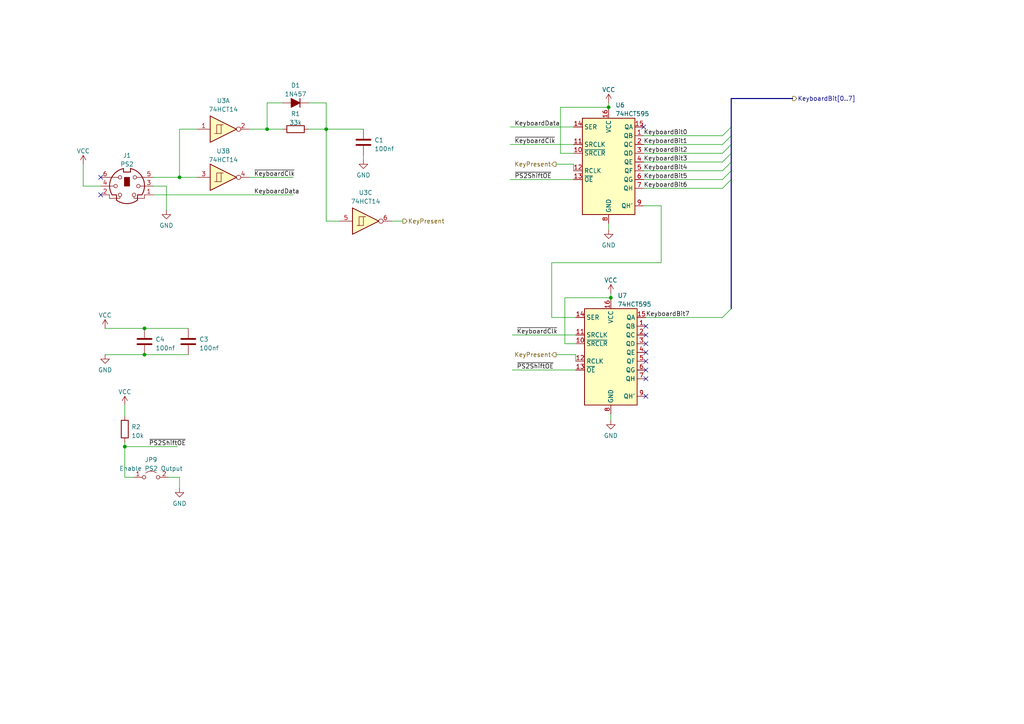
<source format=kicad_sch>
(kicad_sch (version 20230121) (generator eeschema)
  (paper "A4")
  (lib_symbols
    (symbol "74xx:74HCT595"
      (property "Reference" "U" (at -7.62 13.97 0))
      (property "Value" "74HCT595" (at -7.62 -16.51 0))
      (symbol "74HCT595_1_0"
        (pin tri_state line (at 10.16 7.62 180) (length 2.54) (name "QB") (number "1"))
        (pin input line (at -10.16 2.54 0) (length 2.54) (name "~{SRCLR}") (number "10"))
        (pin input line (at -10.16 5.08 0) (length 2.54) (name "SRCLK") (number "11"))
        (pin input line (at -10.16 -2.54 0) (length 2.54) (name "RCLK") (number "12"))
        (pin input line (at -10.16 -5.08 0) (length 2.54) (name "~{OE}") (number "13"))
        (pin input line (at -10.16 10.16 0) (length 2.54) (name "SER") (number "14"))
        (pin tri_state line (at 10.16 10.16 180) (length 2.54) (name "QA") (number "15"))
        (pin power_in line (at 0 15.24 270) (length 2.54) (name "VCC") (number "16"))
        (pin tri_state line (at 10.16 5.08 180) (length 2.54) (name "QC") (number "2"))
        (pin tri_state line (at 10.16 2.54 180) (length 2.54) (name "QD") (number "3"))
        (pin tri_state line (at 10.16 0 180) (length 2.54) (name "QE") (number "4"))
        (pin tri_state line (at 10.16 -2.54 180) (length 2.54) (name "QF") (number "5"))
        (pin tri_state line (at 10.16 -5.08 180) (length 2.54) (name "QG") (number "6"))
        (pin tri_state line (at 10.16 -7.62 180) (length 2.54) (name "QH") (number "7"))
        (pin power_in line (at 0 -17.78 90) (length 2.54) (name "GND") (number "8"))
        (pin output line (at 10.16 -12.7 180) (length 2.54) (name "QH'") (number "9"))
      )
      (symbol "74HCT595_1_1"
        (rectangle (start -7.62 12.7) (end 7.62 -15.24) (stroke (width 0.254)) (fill (type background)))
      )
    )
    (symbol "74xx:74LS14" (pin_names (offset 1.016))
      (property "Reference" "U" (at 0 1.27 0))
      (property "Value" "74LS14" (at 0 -1.27 0))
      (symbol "74LS14_1_0"
        (polyline (pts (xy -3.81 3.81) (xy -3.81 -3.81) (xy 3.81 0) (xy -3.81 3.81)) (stroke (width 0.254)) (fill (type background)))
        (pin input line (at -7.62 0 0) (length 3.81) (name "~") (number "1"))
        (pin output inverted (at 7.62 0 180) (length 3.81) (name "~") (number "2"))
      )
      (symbol "74LS14_1_1"
        (polyline (pts (xy -1.905 -1.27) (xy -1.905 1.27) (xy -0.635 1.27)))
        (polyline (pts (xy -2.54 -1.27) (xy -0.635 -1.27) (xy -0.635 1.27) (xy 0 1.27)))
      )
      (symbol "74LS14_2_0"
        (polyline (pts (xy -3.81 3.81) (xy -3.81 -3.81) (xy 3.81 0) (xy -3.81 3.81)) (stroke (width 0.254)) (fill (type background)))
        (pin input line (at -7.62 0 0) (length 3.81) (name "~") (number "3"))
        (pin output inverted (at 7.62 0 180) (length 3.81) (name "~") (number "4"))
      )
      (symbol "74LS14_2_1"
        (polyline (pts (xy -1.905 -1.27) (xy -1.905 1.27) (xy -0.635 1.27)))
        (polyline (pts (xy -2.54 -1.27) (xy -0.635 -1.27) (xy -0.635 1.27) (xy 0 1.27)))
      )
      (symbol "74LS14_3_0"
        (polyline (pts (xy -3.81 3.81) (xy -3.81 -3.81) (xy 3.81 0) (xy -3.81 3.81)) (stroke (width 0.254)) (fill (type background)))
        (pin input line (at -7.62 0 0) (length 3.81) (name "~") (number "5"))
        (pin output inverted (at 7.62 0 180) (length 3.81) (name "~") (number "6"))
      )
      (symbol "74LS14_3_1"
        (polyline (pts (xy -1.905 -1.27) (xy -1.905 1.27) (xy -0.635 1.27)))
        (polyline (pts (xy -2.54 -1.27) (xy -0.635 -1.27) (xy -0.635 1.27) (xy 0 1.27)))
      )
      (symbol "74LS14_4_0"
        (polyline (pts (xy -3.81 3.81) (xy -3.81 -3.81) (xy 3.81 0) (xy -3.81 3.81)) (stroke (width 0.254)) (fill (type background)))
        (pin output inverted (at 7.62 0 180) (length 3.81) (name "~") (number "8"))
        (pin input line (at -7.62 0 0) (length 3.81) (name "~") (number "9"))
      )
      (symbol "74LS14_4_1"
        (polyline (pts (xy -1.905 -1.27) (xy -1.905 1.27) (xy -0.635 1.27)))
        (polyline (pts (xy -2.54 -1.27) (xy -0.635 -1.27) (xy -0.635 1.27) (xy 0 1.27)))
      )
      (symbol "74LS14_5_0"
        (polyline (pts (xy -3.81 3.81) (xy -3.81 -3.81) (xy 3.81 0) (xy -3.81 3.81)) (stroke (width 0.254)) (fill (type background)))
        (pin output inverted (at 7.62 0 180) (length 3.81) (name "~") (number "10"))
        (pin input line (at -7.62 0 0) (length 3.81) (name "~") (number "11"))
      )
      (symbol "74LS14_5_1"
        (polyline (pts (xy -1.905 -1.27) (xy -1.905 1.27) (xy -0.635 1.27)))
        (polyline (pts (xy -2.54 -1.27) (xy -0.635 -1.27) (xy -0.635 1.27) (xy 0 1.27)))
      )
      (symbol "74LS14_6_0"
        (polyline (pts (xy -3.81 3.81) (xy -3.81 -3.81) (xy 3.81 0) (xy -3.81 3.81)) (stroke (width 0.254)) (fill (type background)))
        (pin output inverted (at 7.62 0 180) (length 3.81) (name "~") (number "12"))
        (pin input line (at -7.62 0 0) (length 3.81) (name "~") (number "13"))
      )
      (symbol "74LS14_6_1"
        (polyline (pts (xy -1.905 -1.27) (xy -1.905 1.27) (xy -0.635 1.27)))
        (polyline (pts (xy -2.54 -1.27) (xy -0.635 -1.27) (xy -0.635 1.27) (xy 0 1.27)))
      )
      (symbol "74LS14_7_0"
        (pin power_in line (at 0 12.7 270) (length 5.08) (name "VCC") (number "14"))
        (pin power_in line (at 0 -12.7 90) (length 5.08) (name "GND") (number "7"))
      )
      (symbol "74LS14_7_1"
        (rectangle (start -5.08 7.62) (end 5.08 -7.62) (stroke (width 0.254)) (fill (type background)))
      )
    )
    (symbol "Connector:Mini-DIN-6" (pin_names (offset 1.016))
      (property "Reference" "J" (at 0 6.35 0))
      (property "Value" "Mini-DIN-6" (at 0 -6.35 0))
      (symbol "Mini-DIN-6_0_1"
        (circle (center -3.302 0) (radius 0.508))
        (arc (start -3.048 -4.064) (mid 0 -5.08) (end 3.048 -4.064) (stroke (width 0.254)))
        (circle (center -2.032 -2.54) (radius 0.508))
        (circle (center -2.032 2.54) (radius 0.508))
        (arc (start -1.016 5.08) (mid -4.6228 2.1214) (end -4.318 -2.54) (stroke (width 0.254)))
        (rectangle (start -0.762 2.54) (end 0.762 0) (fill (type outline)))
        (polyline (pts (xy -3.81 0) (xy -5.08 0)))
        (polyline (pts (xy -2.54 2.54) (xy -5.08 2.54)))
        (polyline (pts (xy 2.794 2.54) (xy 5.08 2.54)))
        (polyline (pts (xy 5.08 0) (xy 3.81 0)))
        (polyline (pts (xy -4.318 -2.54) (xy -3.048 -2.54) (xy -3.048 -4.064)) (stroke (width 0.254)))
        (polyline (pts (xy 4.318 -2.54) (xy 3.048 -2.54) (xy 3.048 -4.064)) (stroke (width 0.254)))
        (polyline (pts (xy -2.032 -3.048) (xy -2.032 -3.556) (xy -5.08 -3.556) (xy -5.08 -2.54)))
        (polyline (pts (xy -1.016 5.08) (xy -1.016 4.064) (xy 1.016 4.064) (xy 1.016 5.08)) (stroke (width 0.254)))
        (polyline (pts (xy 2.032 -3.048) (xy 2.032 -3.556) (xy 5.08 -3.556) (xy 5.08 -2.54)))
        (circle (center 2.032 -2.54) (radius 0.508))
        (circle (center 2.286 2.54) (radius 0.508))
        (circle (center 3.302 0) (radius 0.508))
        (arc (start 4.318 -2.54) (mid 4.6661 2.1322) (end 1.016 5.08) (stroke (width 0.254)))
      )
      (symbol "Mini-DIN-6_1_1"
        (pin passive line (at 7.62 -2.54 180) (length 2.54) (name "~") (number "1"))
        (pin passive line (at -7.62 -2.54 0) (length 2.54) (name "~") (number "2"))
        (pin passive line (at 7.62 0 180) (length 2.54) (name "~") (number "3"))
        (pin passive line (at -7.62 0 0) (length 2.54) (name "~") (number "4"))
        (pin passive line (at 7.62 2.54 180) (length 2.54) (name "~") (number "5"))
        (pin passive line (at -7.62 2.54 0) (length 2.54) (name "~") (number "6"))
      )
    )
    (symbol "Device:C" (pin_numbers hide) (pin_names (offset 0.254))
      (property "Reference" "C" (at 0.635 2.54 0))
      (property "Value" "C" (at 0.635 -2.54 0))
      (symbol "C_0_1"
        (polyline (pts (xy -2.032 -0.762) (xy 2.032 -0.762)) (stroke (width 0.508)))
        (polyline (pts (xy -2.032 0.762) (xy 2.032 0.762)) (stroke (width 0.508)))
      )
      (symbol "C_1_1"
        (pin passive line (at 0 3.81 270) (length 2.794) (name "~") (number "1"))
        (pin passive line (at 0 -3.81 90) (length 2.794) (name "~") (number "2"))
      )
    )
    (symbol "Device:R" (pin_numbers hide) (pin_names (offset 0))
      (property "Reference" "R" (at 2.032 0 90))
      (property "Value" "R" (at 0 0 90))
      (symbol "R_0_1"
        (rectangle (start -1.016 -2.54) (end 1.016 2.54) (stroke (width 0.254)))
      )
      (symbol "R_1_1"
        (pin passive line (at 0 3.81 270) (length 1.27) (name "~") (number "1"))
        (pin passive line (at 0 -3.81 90) (length 1.27) (name "~") (number "2"))
      )
    )
    (symbol "Jumper:Jumper_2_Open" (pin_names (offset 0) hide)
      (property "Reference" "JP" (at 0 2.794 0))
      (property "Value" "Jumper_2_Open" (at 0 -2.286 0))
      (symbol "Jumper_2_Open_0_0"
        (circle (center -2.032 0) (radius 0.508))
        (circle (center 2.032 0) (radius 0.508))
      )
      (symbol "Jumper_2_Open_0_1"
        (arc (start 1.524 1.27) (mid 0 1.778) (end -1.524 1.27))
      )
      (symbol "Jumper_2_Open_1_1"
        (pin passive line (at -5.08 0 0) (length 2.54) (name "A") (number "1"))
        (pin passive line (at 5.08 0 180) (length 2.54) (name "B") (number "2"))
      )
    )
    (symbol "PCM_Diode_AKL:1N457" (pin_numbers hide) (pin_names (offset 1.016) hide)
      (property "Reference" "D" (at 0 5.08 0))
      (property "Value" "1N457" (at 0 2.54 0))
      (symbol "1N457_0_1"
        (polyline (pts (xy -1.27 0) (xy 1.27 0)))
        (polyline (pts (xy 1.27 1.27) (xy 1.27 -1.27)) (stroke (width 0.254)))
        (polyline (pts (xy -1.27 1.27) (xy -1.27 -1.27) (xy 1.27 0) (xy -1.27 1.27)) (stroke (width 0.254)) (fill (type outline)))
      )
      (symbol "1N457_1_1"
        (pin passive line (at 3.81 0 180) (length 2.54) (name "K") (number "1"))
        (pin passive line (at -3.81 0 0) (length 2.54) (name "A") (number "2"))
      )
    )
    (symbol "power:GND" (power) (pin_names (offset 0))
      (property "Value" "GND" (at 0 -3.81 0))
      (symbol "GND_0_1"
        (polyline (pts (xy 0 0) (xy 0 -1.27) (xy 1.27 -1.27) (xy 0 -2.54) (xy -1.27 -1.27) (xy 0 -1.27)))
      )
      (symbol "GND_1_1"
        (pin power_in line (at 0 0 270) (length 0) hide (name "GND") (number "1"))
      )
    )
    (symbol "power:VCC" (power) (pin_names (offset 0))
      (property "Value" "VCC" (at 0 3.81 0))
      (symbol "VCC_0_1"
        (polyline (pts (xy -0.762 1.27) (xy 0 2.54)))
        (polyline (pts (xy 0 0) (xy 0 2.54)))
        (polyline (pts (xy 0 2.54) (xy 0.762 1.27)))
      )
      (symbol "VCC_1_1"
        (pin power_in line (at 0 0 90) (length 0) hide (name "VCC") (number "1"))
      )
    )
  )
  (junction (at 177.165 86.36))
  (junction (at 52.07 51.435))
  (junction (at 41.91 95.25))
  (junction (at 176.53 31.115))
  (junction (at 41.91 102.87))
  (junction (at 77.47 37.465))
  (junction (at 36.195 129.54))
  (junction (at 94.615 37.465))
  (no_connect (at 186.69 36.83))
  (no_connect (at 187.325 102.235))
  (no_connect (at 187.325 94.615))
  (no_connect (at 187.325 104.775))
  (no_connect (at 187.325 97.155))
  (no_connect (at 29.21 51.435))
  (no_connect (at 187.325 114.935))
  (no_connect (at 187.325 107.315))
  (no_connect (at 187.325 109.855))
  (no_connect (at 187.325 99.695))
  (no_connect (at 29.21 56.515))
  (bus_entry (at 212.09 46.99) (size -2.54 2.54))
  (bus_entry (at 212.09 36.83) (size -2.54 2.54))
  (bus_entry (at 212.09 44.45) (size -2.54 2.54))
  (bus_entry (at 212.09 39.37) (size -2.54 2.54))
  (bus_entry (at 212.09 41.91) (size -2.54 2.54))
  (bus_entry (at 212.09 49.53) (size -2.54 2.54))
  (bus_entry (at 212.09 52.07) (size -2.54 2.54))
  (bus_entry (at 212.09 89.535) (size -2.54 2.54))
  (wire (pts (xy 105.41 46.355) (xy 105.41 45.085)))
  (wire (pts (xy 186.69 41.91) (xy 209.55 41.91)))
  (wire (pts (xy 77.47 29.845) (xy 81.915 29.845)))
  (wire (pts (xy 191.77 59.69) (xy 191.77 76.2)))
  (wire (pts (xy 162.56 31.115) (xy 176.53 31.115)))
  (wire (pts (xy 163.83 99.695) (xy 163.83 86.36)))
  (wire (pts (xy 52.07 37.465) (xy 52.07 51.435)))
  (wire (pts (xy 77.47 37.465) (xy 77.47 29.845)))
  (wire (pts (xy 160.02 92.075) (xy 167.005 92.075)))
  (wire (pts (xy 24.13 53.975) (xy 24.13 47.625)))
  (wire (pts (xy 147.955 41.91) (xy 166.37 41.91)))
  (wire (pts (xy 148.59 97.155) (xy 167.005 97.155)))
  (bus (pts (xy 212.09 46.99) (xy 212.09 49.53)))
  (wire (pts (xy 167.005 99.695) (xy 163.83 99.695)))
  (wire (pts (xy 160.02 76.2) (xy 160.02 92.075)))
  (wire (pts (xy 176.53 64.77) (xy 176.53 66.675)))
  (bus (pts (xy 212.09 44.45) (xy 212.09 46.99)))
  (bus (pts (xy 212.09 39.37) (xy 212.09 41.91)))
  (wire (pts (xy 52.07 141.605) (xy 52.07 138.43)))
  (wire (pts (xy 191.77 76.2) (xy 160.02 76.2)))
  (wire (pts (xy 94.615 29.845) (xy 94.615 37.465)))
  (wire (pts (xy 176.53 31.115) (xy 176.53 31.75)))
  (wire (pts (xy 36.195 128.27) (xy 36.195 129.54)))
  (wire (pts (xy 41.91 102.87) (xy 54.61 102.87)))
  (wire (pts (xy 162.56 44.45) (xy 162.56 31.115)))
  (wire (pts (xy 116.84 64.135) (xy 113.665 64.135)))
  (wire (pts (xy 163.83 86.36) (xy 177.165 86.36)))
  (wire (pts (xy 44.45 56.515) (xy 85.09 56.515)))
  (wire (pts (xy 167.005 102.87) (xy 167.005 104.775)))
  (wire (pts (xy 177.165 85.09) (xy 177.165 86.36)))
  (wire (pts (xy 72.39 51.435) (xy 85.09 51.435)))
  (wire (pts (xy 186.69 44.45) (xy 209.55 44.45)))
  (wire (pts (xy 94.615 64.135) (xy 98.425 64.135)))
  (wire (pts (xy 44.45 53.975) (xy 48.26 53.975)))
  (wire (pts (xy 94.615 37.465) (xy 105.41 37.465)))
  (wire (pts (xy 48.26 53.975) (xy 48.26 60.96)))
  (wire (pts (xy 29.21 53.975) (xy 24.13 53.975)))
  (wire (pts (xy 30.48 95.25) (xy 41.91 95.25)))
  (wire (pts (xy 167.005 107.315) (xy 148.59 107.315)))
  (wire (pts (xy 177.165 86.36) (xy 177.165 86.995)))
  (wire (pts (xy 186.69 52.07) (xy 209.55 52.07)))
  (bus (pts (xy 212.09 52.07) (xy 212.09 89.535)))
  (bus (pts (xy 212.09 49.53) (xy 212.09 52.07)))
  (wire (pts (xy 30.48 102.87) (xy 41.91 102.87)))
  (wire (pts (xy 44.45 51.435) (xy 52.07 51.435)))
  (wire (pts (xy 166.37 52.07) (xy 147.955 52.07)))
  (wire (pts (xy 176.53 29.845) (xy 176.53 31.115)))
  (bus (pts (xy 212.09 41.91) (xy 212.09 44.45)))
  (wire (pts (xy 89.535 29.845) (xy 94.615 29.845)))
  (wire (pts (xy 36.195 138.43) (xy 38.735 138.43)))
  (wire (pts (xy 57.15 37.465) (xy 52.07 37.465)))
  (wire (pts (xy 166.37 44.45) (xy 162.56 44.45)))
  (wire (pts (xy 186.69 59.69) (xy 191.77 59.69)))
  (wire (pts (xy 147.955 36.83) (xy 166.37 36.83)))
  (wire (pts (xy 161.29 47.625) (xy 166.37 47.625)))
  (wire (pts (xy 36.195 129.54) (xy 36.195 138.43)))
  (wire (pts (xy 41.91 95.25) (xy 54.61 95.25)))
  (bus (pts (xy 212.09 36.83) (xy 212.09 39.37)))
  (wire (pts (xy 36.195 117.475) (xy 36.195 120.65)))
  (bus (pts (xy 229.87 28.575) (xy 212.09 28.575)))
  (wire (pts (xy 186.69 54.61) (xy 209.55 54.61)))
  (wire (pts (xy 166.37 47.625) (xy 166.37 49.53)))
  (wire (pts (xy 161.29 102.87) (xy 167.005 102.87)))
  (wire (pts (xy 52.07 138.43) (xy 48.895 138.43)))
  (wire (pts (xy 186.69 49.53) (xy 209.55 49.53)))
  (wire (pts (xy 77.47 37.465) (xy 81.915 37.465)))
  (bus (pts (xy 212.09 28.575) (xy 212.09 36.83)))
  (wire (pts (xy 177.165 120.015) (xy 177.165 121.92)))
  (wire (pts (xy 209.55 92.075) (xy 187.325 92.075)))
  (wire (pts (xy 94.615 37.465) (xy 89.535 37.465)))
  (wire (pts (xy 186.69 39.37) (xy 209.55 39.37)))
  (wire (pts (xy 72.39 37.465) (xy 77.47 37.465)))
  (wire (pts (xy 52.07 51.435) (xy 57.15 51.435)))
  (wire (pts (xy 36.195 129.54) (xy 51.435 129.54)))
  (wire (pts (xy 186.69 46.99) (xy 209.55 46.99)))
  (wire (pts (xy 94.615 37.465) (xy 94.615 64.135)))
  (label "KeyboardBit6" (at 186.69 54.61 0))
  (label "KeyboardBit2" (at 186.69 44.45 0))
  (label "~{PS2ShiftOE}" (at 43.18 129.54 0))
  (label "~{PS2ShiftOE}" (at 160.655 107.315 180))
  (label "KeyboardBit7" (at 187.325 92.075 0))
  (label "~{KeyboardClk}" (at 149.86 97.155 0))
  (label "KeyboardBit0" (at 186.69 39.37 0))
  (label "KeyboardData" (at 149.225 36.83 0))
  (label "~{KeyboardClk}" (at 149.225 41.91 0))
  (label "~{PS2ShiftOE}" (at 160.02 52.07 180))
  (label "KeyboardBit4" (at 186.69 49.53 0))
  (label "~{KeyboardClk}" (at 73.66 51.435 0))
  (label "KeyboardBit1" (at 186.69 41.91 0))
  (label "KeyboardData" (at 73.66 56.515 0))
  (label "KeyboardBit5" (at 186.69 52.07 0))
  (label "KeyboardBit3" (at 186.69 46.99 0))
  (hierarchical_label "KeyPresent" (shape output) (at 116.84 64.135 0))
  (hierarchical_label "KeyPresent" (shape output) (at 161.29 102.87 180))
  (hierarchical_label "KeyboardBit[0..7]" (shape output) (at 229.87 28.575 0))
  (hierarchical_label "KeyPresent" (shape output) (at 161.29 47.625 180))
  (symbol (lib_id "power:VCC") (at 36.195 117.475 0) (unit 1)
    (property "Reference" "#PWR019" (effects hide))
    (property "Value" "VCC" (at 36.195 113.665 0))
  )
  (symbol (lib_id "power:VCC") (at 177.165 85.09 0) (unit 1)
    (property "Reference" "#PWR016" (effects hide))
    (property "Value" "VCC" (at 177.165 81.28 0))
  )
  (symbol (lib_id "74xx:74LS14") (at 64.77 37.465 0) (unit 1)
    (property "Reference" "U3" (at 64.77 29.21 0))
    (property "Value" "74HCT14" (at 64.77 31.75 0))
    (property "Footprint" "Package_DIP:DIP-14_W7.62mm" (effects hide))
    (property "Datasheet" "http://www.ti.com/lit/gpn/sn74LS14" (effects hide))
  )
  (symbol (lib_id "Device:C") (at 54.61 99.06 0) (unit 1)
    (property "Reference" "C3" (at 57.785 98.425 0) (effects (justify left)))
    (property "Value" "100nf" (at 57.785 100.965 0) (effects (justify left)))
    (property "Footprint" "Capacitor_THT:C_Disc_D3.8mm_W2.6mm_P2.50mm" (effects hide))
  )
  (symbol (lib_id "power:VCC") (at 24.13 47.625 0) (unit 1)
    (property "Reference" "#PWR07" (effects hide))
    (property "Value" "VCC" (at 24.13 43.815 0))
  )
  (symbol (lib_id "74xx:74LS14") (at 106.045 64.135 0) (unit 3)
    (property "Reference" "U3" (at 106.045 55.88 0))
    (property "Value" "74HCT14" (at 106.045 58.42 0))
    (property "Footprint" "Package_DIP:DIP-14_W7.62mm" (effects hide))
    (property "Datasheet" "http://www.ti.com/lit/gpn/sn74LS14" (effects hide))
  )
  (symbol (lib_id "74xx:74HCT595") (at 177.165 102.235 0) (unit 1)
    (property "Reference" "U7" (at 179.1209 85.725 0) (effects (justify left)))
    (property "Value" "74HCT595" (at 179.1209 88.265 0) (effects (justify left)))
    (property "Footprint" "Package_DIP:DIP-16_W7.62mm" (effects hide))
    (property "Datasheet" "https://assets.nexperia.com/documents/data-sheet/74HC_HCT595.pdf" (effects hide))
  )
  (symbol (lib_id "Connector:Mini-DIN-6") (at 36.83 53.975 0) (unit 1)
    (property "Reference" "J1" (at 36.8477 45.085 0))
    (property "Value" "PS2" (at 36.8477 47.625 0))
    (property "Footprint" "Local:Connector_Mini-DIN_Female_6Pin_2rows" (effects hide))
    (property "Datasheet" "http://service.powerdynamics.com/ec/Catalog17/Section%2011.pdf" (effects hide))
  )
  (symbol (lib_id "power:VCC") (at 176.53 29.845 0) (unit 1)
    (property "Reference" "#PWR012" (effects hide))
    (property "Value" "VCC" (at 176.53 26.035 0))
  )
  (symbol (lib_id "PCM_Diode_AKL:1N457") (at 85.725 29.845 0) (unit 1)
    (property "Reference" "D1" (at 85.725 24.765 0))
    (property "Value" "1N457" (at 85.725 27.305 0))
    (property "Footprint" "Diode_THT:D_DO-35_SOD27_P7.62mm_Horizontal" (effects hide))
    (property "Datasheet" "https://www.tme.eu/Document/b97476df216e1512192e6199ba7e077d/datasheet-1N457.pdf" (effects hide))
  )
  (symbol (lib_id "power:GND") (at 30.48 102.87 0) (unit 1)
    (property "Reference" "#PWR015" (effects hide))
    (property "Value" "GND" (at 30.48 107.315 0))
  )
  (symbol (lib_id "Jumper:Jumper_2_Open") (at 43.815 138.43 0) (unit 1)
    (property "Reference" "JP9" (at 43.815 133.35 0))
    (property "Value" "Enable PS2 Output" (at 43.815 135.89 0))
    (property "Footprint" "Connector_PinHeader_2.54mm:PinHeader_1x02_P2.54mm_Vertical" (effects hide))
  )
  (symbol (lib_id "74xx:74HCT595") (at 176.53 46.99 0) (unit 1)
    (property "Reference" "U6" (at 178.4859 30.48 0) (effects (justify left)))
    (property "Value" "74HCT595" (at 178.4859 33.02 0) (effects (justify left)))
    (property "Footprint" "Package_DIP:DIP-16_W7.62mm" (effects hide))
    (property "Datasheet" "https://assets.nexperia.com/documents/data-sheet/74HC_HCT595.pdf" (effects hide))
  )
  (symbol (lib_id "power:GND") (at 52.07 141.605 0) (unit 1)
    (property "Reference" "#PWR018" (effects hide))
    (property "Value" "GND" (at 52.07 146.05 0))
  )
  (symbol (lib_id "power:VCC") (at 30.48 95.25 0) (unit 1)
    (property "Reference" "#PWR014" (effects hide))
    (property "Value" "VCC" (at 30.48 91.44 0))
  )
  (symbol (lib_id "power:GND") (at 176.53 66.675 0) (unit 1)
    (property "Reference" "#PWR013" (effects hide))
    (property "Value" "GND" (at 176.53 71.12 0))
  )
  (symbol (lib_id "power:GND") (at 48.26 60.96 0) (unit 1)
    (property "Reference" "#PWR08" (effects hide))
    (property "Value" "GND" (at 48.26 65.405 0))
  )
  (symbol (lib_id "74xx:74LS14") (at 64.77 51.435 0) (unit 2)
    (property "Reference" "U3" (at 64.77 43.815 0))
    (property "Value" "74HCT14" (at 64.77 46.355 0))
    (property "Footprint" "Package_DIP:DIP-14_W7.62mm" (effects hide))
    (property "Datasheet" "http://www.ti.com/lit/gpn/sn74LS14" (effects hide))
  )
  (symbol (lib_id "Device:C") (at 41.91 99.06 0) (unit 1)
    (property "Reference" "C4" (at 45.085 98.425 0) (effects (justify left)))
    (property "Value" "100nf" (at 45.085 100.965 0) (effects (justify left)))
    (property "Footprint" "Capacitor_THT:C_Disc_D3.8mm_W2.6mm_P2.50mm" (effects hide))
  )
  (symbol (lib_id "Device:R") (at 36.195 124.46 0) (unit 1)
    (property "Reference" "R2" (at 38.1 123.825 0) (effects (justify left)))
    (property "Value" "10k" (at 38.1 126.365 0) (effects (justify left)))
    (property "Footprint" "Resistor_THT:R_Axial_DIN0204_L3.6mm_D1.6mm_P5.08mm_Horizontal" (effects hide))
  )
  (symbol (lib_id "Device:C") (at 105.41 41.275 0) (unit 1)
    (property "Reference" "C1" (at 108.585 40.64 0) (effects (justify left)))
    (property "Value" "100nf" (at 108.585 43.18 0) (effects (justify left)))
    (property "Footprint" "Capacitor_THT:C_Disc_D3.8mm_W2.6mm_P2.50mm" (effects hide))
  )
  (symbol (lib_id "power:GND") (at 177.165 121.92 0) (unit 1)
    (property "Reference" "#PWR017" (effects hide))
    (property "Value" "GND" (at 177.165 126.365 0))
  )
  (symbol (lib_id "Device:R") (at 85.725 37.465 270) (unit 1)
    (property "Reference" "R1" (at 85.725 33.02 90))
    (property "Value" "33k" (at 85.725 35.56 90))
    (property "Footprint" "Resistor_THT:R_Axial_DIN0204_L3.6mm_D1.6mm_P5.08mm_Horizontal" (effects hide))
  )
  (symbol (lib_id "power:GND") (at 105.41 46.355 0) (unit 1)
    (property "Reference" "#PWR09" (effects hide))
    (property "Value" "GND" (at 105.41 50.8 0))
  )
)
</source>
